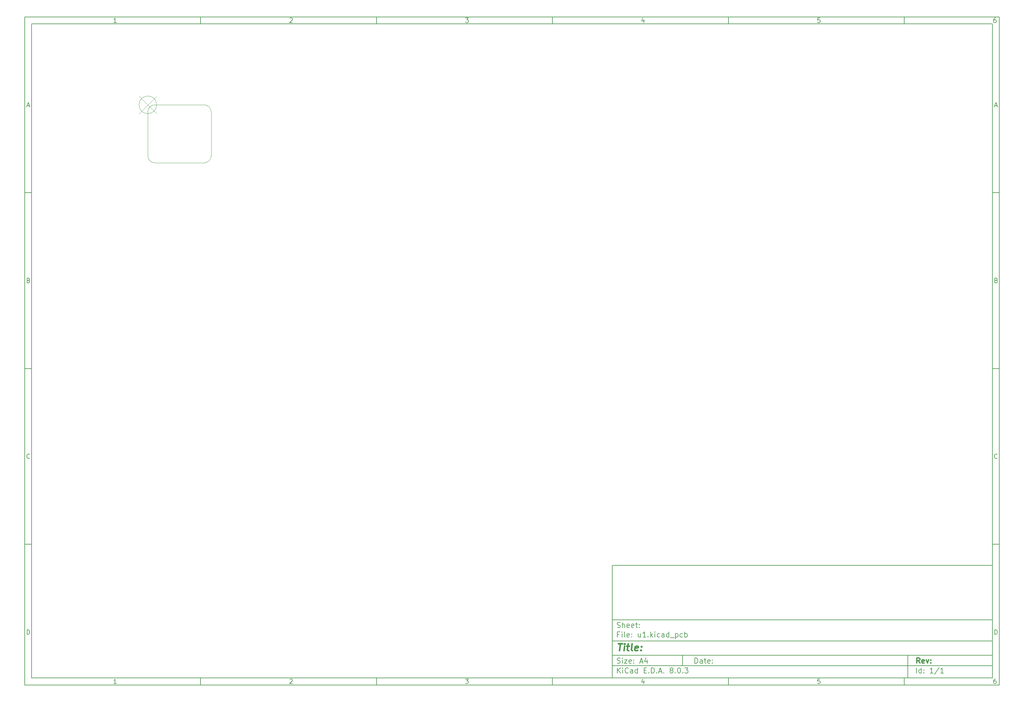
<source format=gbp>
%TF.GenerationSoftware,KiCad,Pcbnew,8.0.3*%
%TF.CreationDate,2024-08-04T17:04:02+08:00*%
%TF.ProjectId,u1,75312e6b-6963-4616-945f-706362585858,rev?*%
%TF.SameCoordinates,PX2aea540PY2160ec0*%
%TF.FileFunction,Paste,Bot*%
%TF.FilePolarity,Positive*%
%FSLAX46Y46*%
G04 Gerber Fmt 4.6, Leading zero omitted, Abs format (unit mm)*
G04 Created by KiCad (PCBNEW 8.0.3) date 2024-08-04 17:04:02*
%MOMM*%
%LPD*%
G01*
G04 APERTURE LIST*
%ADD10C,0.100000*%
%ADD11C,0.150000*%
%ADD12C,0.300000*%
%ADD13C,0.400000*%
%TA.AperFunction,Profile*%
%ADD14C,0.050000*%
%TD*%
G04 APERTURE END LIST*
D10*
D11*
X132002200Y-131007200D02*
X240002200Y-131007200D01*
X240002200Y-163007200D01*
X132002200Y-163007200D01*
X132002200Y-131007200D01*
D10*
D11*
X-35000000Y25000000D02*
X242002200Y25000000D01*
X242002200Y-165007200D01*
X-35000000Y-165007200D01*
X-35000000Y25000000D01*
D10*
D11*
X-33000000Y23000000D02*
X240002200Y23000000D01*
X240002200Y-163007200D01*
X-33000000Y-163007200D01*
X-33000000Y23000000D01*
D10*
D11*
X15000000Y23000000D02*
X15000000Y25000000D01*
D10*
D11*
X65000000Y23000000D02*
X65000000Y25000000D01*
D10*
D11*
X115000000Y23000000D02*
X115000000Y25000000D01*
D10*
D11*
X165000000Y23000000D02*
X165000000Y25000000D01*
D10*
D11*
X215000000Y23000000D02*
X215000000Y25000000D01*
D10*
D11*
X-8910840Y23406396D02*
X-9653697Y23406396D01*
X-9282269Y23406396D02*
X-9282269Y24706396D01*
X-9282269Y24706396D02*
X-9406078Y24520681D01*
X-9406078Y24520681D02*
X-9529888Y24396872D01*
X-9529888Y24396872D02*
X-9653697Y24334967D01*
D10*
D11*
X40346303Y24582586D02*
X40408207Y24644491D01*
X40408207Y24644491D02*
X40532017Y24706396D01*
X40532017Y24706396D02*
X40841541Y24706396D01*
X40841541Y24706396D02*
X40965350Y24644491D01*
X40965350Y24644491D02*
X41027255Y24582586D01*
X41027255Y24582586D02*
X41089160Y24458777D01*
X41089160Y24458777D02*
X41089160Y24334967D01*
X41089160Y24334967D02*
X41027255Y24149253D01*
X41027255Y24149253D02*
X40284398Y23406396D01*
X40284398Y23406396D02*
X41089160Y23406396D01*
D10*
D11*
X90284398Y24706396D02*
X91089160Y24706396D01*
X91089160Y24706396D02*
X90655826Y24211158D01*
X90655826Y24211158D02*
X90841541Y24211158D01*
X90841541Y24211158D02*
X90965350Y24149253D01*
X90965350Y24149253D02*
X91027255Y24087348D01*
X91027255Y24087348D02*
X91089160Y23963539D01*
X91089160Y23963539D02*
X91089160Y23654015D01*
X91089160Y23654015D02*
X91027255Y23530205D01*
X91027255Y23530205D02*
X90965350Y23468300D01*
X90965350Y23468300D02*
X90841541Y23406396D01*
X90841541Y23406396D02*
X90470112Y23406396D01*
X90470112Y23406396D02*
X90346303Y23468300D01*
X90346303Y23468300D02*
X90284398Y23530205D01*
D10*
D11*
X140965350Y24273062D02*
X140965350Y23406396D01*
X140655826Y24768300D02*
X140346303Y23839729D01*
X140346303Y23839729D02*
X141151064Y23839729D01*
D10*
D11*
X191027255Y24706396D02*
X190408207Y24706396D01*
X190408207Y24706396D02*
X190346303Y24087348D01*
X190346303Y24087348D02*
X190408207Y24149253D01*
X190408207Y24149253D02*
X190532017Y24211158D01*
X190532017Y24211158D02*
X190841541Y24211158D01*
X190841541Y24211158D02*
X190965350Y24149253D01*
X190965350Y24149253D02*
X191027255Y24087348D01*
X191027255Y24087348D02*
X191089160Y23963539D01*
X191089160Y23963539D02*
X191089160Y23654015D01*
X191089160Y23654015D02*
X191027255Y23530205D01*
X191027255Y23530205D02*
X190965350Y23468300D01*
X190965350Y23468300D02*
X190841541Y23406396D01*
X190841541Y23406396D02*
X190532017Y23406396D01*
X190532017Y23406396D02*
X190408207Y23468300D01*
X190408207Y23468300D02*
X190346303Y23530205D01*
D10*
D11*
X240965350Y24706396D02*
X240717731Y24706396D01*
X240717731Y24706396D02*
X240593922Y24644491D01*
X240593922Y24644491D02*
X240532017Y24582586D01*
X240532017Y24582586D02*
X240408207Y24396872D01*
X240408207Y24396872D02*
X240346303Y24149253D01*
X240346303Y24149253D02*
X240346303Y23654015D01*
X240346303Y23654015D02*
X240408207Y23530205D01*
X240408207Y23530205D02*
X240470112Y23468300D01*
X240470112Y23468300D02*
X240593922Y23406396D01*
X240593922Y23406396D02*
X240841541Y23406396D01*
X240841541Y23406396D02*
X240965350Y23468300D01*
X240965350Y23468300D02*
X241027255Y23530205D01*
X241027255Y23530205D02*
X241089160Y23654015D01*
X241089160Y23654015D02*
X241089160Y23963539D01*
X241089160Y23963539D02*
X241027255Y24087348D01*
X241027255Y24087348D02*
X240965350Y24149253D01*
X240965350Y24149253D02*
X240841541Y24211158D01*
X240841541Y24211158D02*
X240593922Y24211158D01*
X240593922Y24211158D02*
X240470112Y24149253D01*
X240470112Y24149253D02*
X240408207Y24087348D01*
X240408207Y24087348D02*
X240346303Y23963539D01*
D10*
D11*
X15000000Y-163007200D02*
X15000000Y-165007200D01*
D10*
D11*
X65000000Y-163007200D02*
X65000000Y-165007200D01*
D10*
D11*
X115000000Y-163007200D02*
X115000000Y-165007200D01*
D10*
D11*
X165000000Y-163007200D02*
X165000000Y-165007200D01*
D10*
D11*
X215000000Y-163007200D02*
X215000000Y-165007200D01*
D10*
D11*
X-8910840Y-164600804D02*
X-9653697Y-164600804D01*
X-9282269Y-164600804D02*
X-9282269Y-163300804D01*
X-9282269Y-163300804D02*
X-9406078Y-163486519D01*
X-9406078Y-163486519D02*
X-9529888Y-163610328D01*
X-9529888Y-163610328D02*
X-9653697Y-163672233D01*
D10*
D11*
X40346303Y-163424614D02*
X40408207Y-163362709D01*
X40408207Y-163362709D02*
X40532017Y-163300804D01*
X40532017Y-163300804D02*
X40841541Y-163300804D01*
X40841541Y-163300804D02*
X40965350Y-163362709D01*
X40965350Y-163362709D02*
X41027255Y-163424614D01*
X41027255Y-163424614D02*
X41089160Y-163548423D01*
X41089160Y-163548423D02*
X41089160Y-163672233D01*
X41089160Y-163672233D02*
X41027255Y-163857947D01*
X41027255Y-163857947D02*
X40284398Y-164600804D01*
X40284398Y-164600804D02*
X41089160Y-164600804D01*
D10*
D11*
X90284398Y-163300804D02*
X91089160Y-163300804D01*
X91089160Y-163300804D02*
X90655826Y-163796042D01*
X90655826Y-163796042D02*
X90841541Y-163796042D01*
X90841541Y-163796042D02*
X90965350Y-163857947D01*
X90965350Y-163857947D02*
X91027255Y-163919852D01*
X91027255Y-163919852D02*
X91089160Y-164043661D01*
X91089160Y-164043661D02*
X91089160Y-164353185D01*
X91089160Y-164353185D02*
X91027255Y-164476995D01*
X91027255Y-164476995D02*
X90965350Y-164538900D01*
X90965350Y-164538900D02*
X90841541Y-164600804D01*
X90841541Y-164600804D02*
X90470112Y-164600804D01*
X90470112Y-164600804D02*
X90346303Y-164538900D01*
X90346303Y-164538900D02*
X90284398Y-164476995D01*
D10*
D11*
X140965350Y-163734138D02*
X140965350Y-164600804D01*
X140655826Y-163238900D02*
X140346303Y-164167471D01*
X140346303Y-164167471D02*
X141151064Y-164167471D01*
D10*
D11*
X191027255Y-163300804D02*
X190408207Y-163300804D01*
X190408207Y-163300804D02*
X190346303Y-163919852D01*
X190346303Y-163919852D02*
X190408207Y-163857947D01*
X190408207Y-163857947D02*
X190532017Y-163796042D01*
X190532017Y-163796042D02*
X190841541Y-163796042D01*
X190841541Y-163796042D02*
X190965350Y-163857947D01*
X190965350Y-163857947D02*
X191027255Y-163919852D01*
X191027255Y-163919852D02*
X191089160Y-164043661D01*
X191089160Y-164043661D02*
X191089160Y-164353185D01*
X191089160Y-164353185D02*
X191027255Y-164476995D01*
X191027255Y-164476995D02*
X190965350Y-164538900D01*
X190965350Y-164538900D02*
X190841541Y-164600804D01*
X190841541Y-164600804D02*
X190532017Y-164600804D01*
X190532017Y-164600804D02*
X190408207Y-164538900D01*
X190408207Y-164538900D02*
X190346303Y-164476995D01*
D10*
D11*
X240965350Y-163300804D02*
X240717731Y-163300804D01*
X240717731Y-163300804D02*
X240593922Y-163362709D01*
X240593922Y-163362709D02*
X240532017Y-163424614D01*
X240532017Y-163424614D02*
X240408207Y-163610328D01*
X240408207Y-163610328D02*
X240346303Y-163857947D01*
X240346303Y-163857947D02*
X240346303Y-164353185D01*
X240346303Y-164353185D02*
X240408207Y-164476995D01*
X240408207Y-164476995D02*
X240470112Y-164538900D01*
X240470112Y-164538900D02*
X240593922Y-164600804D01*
X240593922Y-164600804D02*
X240841541Y-164600804D01*
X240841541Y-164600804D02*
X240965350Y-164538900D01*
X240965350Y-164538900D02*
X241027255Y-164476995D01*
X241027255Y-164476995D02*
X241089160Y-164353185D01*
X241089160Y-164353185D02*
X241089160Y-164043661D01*
X241089160Y-164043661D02*
X241027255Y-163919852D01*
X241027255Y-163919852D02*
X240965350Y-163857947D01*
X240965350Y-163857947D02*
X240841541Y-163796042D01*
X240841541Y-163796042D02*
X240593922Y-163796042D01*
X240593922Y-163796042D02*
X240470112Y-163857947D01*
X240470112Y-163857947D02*
X240408207Y-163919852D01*
X240408207Y-163919852D02*
X240346303Y-164043661D01*
D10*
D11*
X-35000000Y-25000000D02*
X-33000000Y-25000000D01*
D10*
D11*
X-35000000Y-75000000D02*
X-33000000Y-75000000D01*
D10*
D11*
X-35000000Y-125000000D02*
X-33000000Y-125000000D01*
D10*
D11*
X-34309524Y-222176D02*
X-33690477Y-222176D01*
X-34433334Y-593604D02*
X-34000001Y706396D01*
X-34000001Y706396D02*
X-33566667Y-593604D01*
D10*
D11*
X-33907143Y-49912652D02*
X-33721429Y-49974557D01*
X-33721429Y-49974557D02*
X-33659524Y-50036461D01*
X-33659524Y-50036461D02*
X-33597620Y-50160271D01*
X-33597620Y-50160271D02*
X-33597620Y-50345985D01*
X-33597620Y-50345985D02*
X-33659524Y-50469795D01*
X-33659524Y-50469795D02*
X-33721429Y-50531700D01*
X-33721429Y-50531700D02*
X-33845239Y-50593604D01*
X-33845239Y-50593604D02*
X-34340477Y-50593604D01*
X-34340477Y-50593604D02*
X-34340477Y-49293604D01*
X-34340477Y-49293604D02*
X-33907143Y-49293604D01*
X-33907143Y-49293604D02*
X-33783334Y-49355509D01*
X-33783334Y-49355509D02*
X-33721429Y-49417414D01*
X-33721429Y-49417414D02*
X-33659524Y-49541223D01*
X-33659524Y-49541223D02*
X-33659524Y-49665033D01*
X-33659524Y-49665033D02*
X-33721429Y-49788842D01*
X-33721429Y-49788842D02*
X-33783334Y-49850747D01*
X-33783334Y-49850747D02*
X-33907143Y-49912652D01*
X-33907143Y-49912652D02*
X-34340477Y-49912652D01*
D10*
D11*
X-33597620Y-100469795D02*
X-33659524Y-100531700D01*
X-33659524Y-100531700D02*
X-33845239Y-100593604D01*
X-33845239Y-100593604D02*
X-33969048Y-100593604D01*
X-33969048Y-100593604D02*
X-34154762Y-100531700D01*
X-34154762Y-100531700D02*
X-34278572Y-100407890D01*
X-34278572Y-100407890D02*
X-34340477Y-100284080D01*
X-34340477Y-100284080D02*
X-34402381Y-100036461D01*
X-34402381Y-100036461D02*
X-34402381Y-99850747D01*
X-34402381Y-99850747D02*
X-34340477Y-99603128D01*
X-34340477Y-99603128D02*
X-34278572Y-99479319D01*
X-34278572Y-99479319D02*
X-34154762Y-99355509D01*
X-34154762Y-99355509D02*
X-33969048Y-99293604D01*
X-33969048Y-99293604D02*
X-33845239Y-99293604D01*
X-33845239Y-99293604D02*
X-33659524Y-99355509D01*
X-33659524Y-99355509D02*
X-33597620Y-99417414D01*
D10*
D11*
X-34340477Y-150593604D02*
X-34340477Y-149293604D01*
X-34340477Y-149293604D02*
X-34030953Y-149293604D01*
X-34030953Y-149293604D02*
X-33845239Y-149355509D01*
X-33845239Y-149355509D02*
X-33721429Y-149479319D01*
X-33721429Y-149479319D02*
X-33659524Y-149603128D01*
X-33659524Y-149603128D02*
X-33597620Y-149850747D01*
X-33597620Y-149850747D02*
X-33597620Y-150036461D01*
X-33597620Y-150036461D02*
X-33659524Y-150284080D01*
X-33659524Y-150284080D02*
X-33721429Y-150407890D01*
X-33721429Y-150407890D02*
X-33845239Y-150531700D01*
X-33845239Y-150531700D02*
X-34030953Y-150593604D01*
X-34030953Y-150593604D02*
X-34340477Y-150593604D01*
D10*
D11*
X242002200Y-25000000D02*
X240002200Y-25000000D01*
D10*
D11*
X242002200Y-75000000D02*
X240002200Y-75000000D01*
D10*
D11*
X242002200Y-125000000D02*
X240002200Y-125000000D01*
D10*
D11*
X240692676Y-222176D02*
X241311723Y-222176D01*
X240568866Y-593604D02*
X241002199Y706396D01*
X241002199Y706396D02*
X241435533Y-593604D01*
D10*
D11*
X241095057Y-49912652D02*
X241280771Y-49974557D01*
X241280771Y-49974557D02*
X241342676Y-50036461D01*
X241342676Y-50036461D02*
X241404580Y-50160271D01*
X241404580Y-50160271D02*
X241404580Y-50345985D01*
X241404580Y-50345985D02*
X241342676Y-50469795D01*
X241342676Y-50469795D02*
X241280771Y-50531700D01*
X241280771Y-50531700D02*
X241156961Y-50593604D01*
X241156961Y-50593604D02*
X240661723Y-50593604D01*
X240661723Y-50593604D02*
X240661723Y-49293604D01*
X240661723Y-49293604D02*
X241095057Y-49293604D01*
X241095057Y-49293604D02*
X241218866Y-49355509D01*
X241218866Y-49355509D02*
X241280771Y-49417414D01*
X241280771Y-49417414D02*
X241342676Y-49541223D01*
X241342676Y-49541223D02*
X241342676Y-49665033D01*
X241342676Y-49665033D02*
X241280771Y-49788842D01*
X241280771Y-49788842D02*
X241218866Y-49850747D01*
X241218866Y-49850747D02*
X241095057Y-49912652D01*
X241095057Y-49912652D02*
X240661723Y-49912652D01*
D10*
D11*
X241404580Y-100469795D02*
X241342676Y-100531700D01*
X241342676Y-100531700D02*
X241156961Y-100593604D01*
X241156961Y-100593604D02*
X241033152Y-100593604D01*
X241033152Y-100593604D02*
X240847438Y-100531700D01*
X240847438Y-100531700D02*
X240723628Y-100407890D01*
X240723628Y-100407890D02*
X240661723Y-100284080D01*
X240661723Y-100284080D02*
X240599819Y-100036461D01*
X240599819Y-100036461D02*
X240599819Y-99850747D01*
X240599819Y-99850747D02*
X240661723Y-99603128D01*
X240661723Y-99603128D02*
X240723628Y-99479319D01*
X240723628Y-99479319D02*
X240847438Y-99355509D01*
X240847438Y-99355509D02*
X241033152Y-99293604D01*
X241033152Y-99293604D02*
X241156961Y-99293604D01*
X241156961Y-99293604D02*
X241342676Y-99355509D01*
X241342676Y-99355509D02*
X241404580Y-99417414D01*
D10*
D11*
X240661723Y-150593604D02*
X240661723Y-149293604D01*
X240661723Y-149293604D02*
X240971247Y-149293604D01*
X240971247Y-149293604D02*
X241156961Y-149355509D01*
X241156961Y-149355509D02*
X241280771Y-149479319D01*
X241280771Y-149479319D02*
X241342676Y-149603128D01*
X241342676Y-149603128D02*
X241404580Y-149850747D01*
X241404580Y-149850747D02*
X241404580Y-150036461D01*
X241404580Y-150036461D02*
X241342676Y-150284080D01*
X241342676Y-150284080D02*
X241280771Y-150407890D01*
X241280771Y-150407890D02*
X241156961Y-150531700D01*
X241156961Y-150531700D02*
X240971247Y-150593604D01*
X240971247Y-150593604D02*
X240661723Y-150593604D01*
D10*
D11*
X155458026Y-158793328D02*
X155458026Y-157293328D01*
X155458026Y-157293328D02*
X155815169Y-157293328D01*
X155815169Y-157293328D02*
X156029455Y-157364757D01*
X156029455Y-157364757D02*
X156172312Y-157507614D01*
X156172312Y-157507614D02*
X156243741Y-157650471D01*
X156243741Y-157650471D02*
X156315169Y-157936185D01*
X156315169Y-157936185D02*
X156315169Y-158150471D01*
X156315169Y-158150471D02*
X156243741Y-158436185D01*
X156243741Y-158436185D02*
X156172312Y-158579042D01*
X156172312Y-158579042D02*
X156029455Y-158721900D01*
X156029455Y-158721900D02*
X155815169Y-158793328D01*
X155815169Y-158793328D02*
X155458026Y-158793328D01*
X157600884Y-158793328D02*
X157600884Y-158007614D01*
X157600884Y-158007614D02*
X157529455Y-157864757D01*
X157529455Y-157864757D02*
X157386598Y-157793328D01*
X157386598Y-157793328D02*
X157100884Y-157793328D01*
X157100884Y-157793328D02*
X156958026Y-157864757D01*
X157600884Y-158721900D02*
X157458026Y-158793328D01*
X157458026Y-158793328D02*
X157100884Y-158793328D01*
X157100884Y-158793328D02*
X156958026Y-158721900D01*
X156958026Y-158721900D02*
X156886598Y-158579042D01*
X156886598Y-158579042D02*
X156886598Y-158436185D01*
X156886598Y-158436185D02*
X156958026Y-158293328D01*
X156958026Y-158293328D02*
X157100884Y-158221900D01*
X157100884Y-158221900D02*
X157458026Y-158221900D01*
X157458026Y-158221900D02*
X157600884Y-158150471D01*
X158100884Y-157793328D02*
X158672312Y-157793328D01*
X158315169Y-157293328D02*
X158315169Y-158579042D01*
X158315169Y-158579042D02*
X158386598Y-158721900D01*
X158386598Y-158721900D02*
X158529455Y-158793328D01*
X158529455Y-158793328D02*
X158672312Y-158793328D01*
X159743741Y-158721900D02*
X159600884Y-158793328D01*
X159600884Y-158793328D02*
X159315170Y-158793328D01*
X159315170Y-158793328D02*
X159172312Y-158721900D01*
X159172312Y-158721900D02*
X159100884Y-158579042D01*
X159100884Y-158579042D02*
X159100884Y-158007614D01*
X159100884Y-158007614D02*
X159172312Y-157864757D01*
X159172312Y-157864757D02*
X159315170Y-157793328D01*
X159315170Y-157793328D02*
X159600884Y-157793328D01*
X159600884Y-157793328D02*
X159743741Y-157864757D01*
X159743741Y-157864757D02*
X159815170Y-158007614D01*
X159815170Y-158007614D02*
X159815170Y-158150471D01*
X159815170Y-158150471D02*
X159100884Y-158293328D01*
X160458026Y-158650471D02*
X160529455Y-158721900D01*
X160529455Y-158721900D02*
X160458026Y-158793328D01*
X160458026Y-158793328D02*
X160386598Y-158721900D01*
X160386598Y-158721900D02*
X160458026Y-158650471D01*
X160458026Y-158650471D02*
X160458026Y-158793328D01*
X160458026Y-157864757D02*
X160529455Y-157936185D01*
X160529455Y-157936185D02*
X160458026Y-158007614D01*
X160458026Y-158007614D02*
X160386598Y-157936185D01*
X160386598Y-157936185D02*
X160458026Y-157864757D01*
X160458026Y-157864757D02*
X160458026Y-158007614D01*
D10*
D11*
X132002200Y-159507200D02*
X240002200Y-159507200D01*
D10*
D11*
X133458026Y-161593328D02*
X133458026Y-160093328D01*
X134315169Y-161593328D02*
X133672312Y-160736185D01*
X134315169Y-160093328D02*
X133458026Y-160950471D01*
X134958026Y-161593328D02*
X134958026Y-160593328D01*
X134958026Y-160093328D02*
X134886598Y-160164757D01*
X134886598Y-160164757D02*
X134958026Y-160236185D01*
X134958026Y-160236185D02*
X135029455Y-160164757D01*
X135029455Y-160164757D02*
X134958026Y-160093328D01*
X134958026Y-160093328D02*
X134958026Y-160236185D01*
X136529455Y-161450471D02*
X136458027Y-161521900D01*
X136458027Y-161521900D02*
X136243741Y-161593328D01*
X136243741Y-161593328D02*
X136100884Y-161593328D01*
X136100884Y-161593328D02*
X135886598Y-161521900D01*
X135886598Y-161521900D02*
X135743741Y-161379042D01*
X135743741Y-161379042D02*
X135672312Y-161236185D01*
X135672312Y-161236185D02*
X135600884Y-160950471D01*
X135600884Y-160950471D02*
X135600884Y-160736185D01*
X135600884Y-160736185D02*
X135672312Y-160450471D01*
X135672312Y-160450471D02*
X135743741Y-160307614D01*
X135743741Y-160307614D02*
X135886598Y-160164757D01*
X135886598Y-160164757D02*
X136100884Y-160093328D01*
X136100884Y-160093328D02*
X136243741Y-160093328D01*
X136243741Y-160093328D02*
X136458027Y-160164757D01*
X136458027Y-160164757D02*
X136529455Y-160236185D01*
X137815170Y-161593328D02*
X137815170Y-160807614D01*
X137815170Y-160807614D02*
X137743741Y-160664757D01*
X137743741Y-160664757D02*
X137600884Y-160593328D01*
X137600884Y-160593328D02*
X137315170Y-160593328D01*
X137315170Y-160593328D02*
X137172312Y-160664757D01*
X137815170Y-161521900D02*
X137672312Y-161593328D01*
X137672312Y-161593328D02*
X137315170Y-161593328D01*
X137315170Y-161593328D02*
X137172312Y-161521900D01*
X137172312Y-161521900D02*
X137100884Y-161379042D01*
X137100884Y-161379042D02*
X137100884Y-161236185D01*
X137100884Y-161236185D02*
X137172312Y-161093328D01*
X137172312Y-161093328D02*
X137315170Y-161021900D01*
X137315170Y-161021900D02*
X137672312Y-161021900D01*
X137672312Y-161021900D02*
X137815170Y-160950471D01*
X139172313Y-161593328D02*
X139172313Y-160093328D01*
X139172313Y-161521900D02*
X139029455Y-161593328D01*
X139029455Y-161593328D02*
X138743741Y-161593328D01*
X138743741Y-161593328D02*
X138600884Y-161521900D01*
X138600884Y-161521900D02*
X138529455Y-161450471D01*
X138529455Y-161450471D02*
X138458027Y-161307614D01*
X138458027Y-161307614D02*
X138458027Y-160879042D01*
X138458027Y-160879042D02*
X138529455Y-160736185D01*
X138529455Y-160736185D02*
X138600884Y-160664757D01*
X138600884Y-160664757D02*
X138743741Y-160593328D01*
X138743741Y-160593328D02*
X139029455Y-160593328D01*
X139029455Y-160593328D02*
X139172313Y-160664757D01*
X141029455Y-160807614D02*
X141529455Y-160807614D01*
X141743741Y-161593328D02*
X141029455Y-161593328D01*
X141029455Y-161593328D02*
X141029455Y-160093328D01*
X141029455Y-160093328D02*
X141743741Y-160093328D01*
X142386598Y-161450471D02*
X142458027Y-161521900D01*
X142458027Y-161521900D02*
X142386598Y-161593328D01*
X142386598Y-161593328D02*
X142315170Y-161521900D01*
X142315170Y-161521900D02*
X142386598Y-161450471D01*
X142386598Y-161450471D02*
X142386598Y-161593328D01*
X143100884Y-161593328D02*
X143100884Y-160093328D01*
X143100884Y-160093328D02*
X143458027Y-160093328D01*
X143458027Y-160093328D02*
X143672313Y-160164757D01*
X143672313Y-160164757D02*
X143815170Y-160307614D01*
X143815170Y-160307614D02*
X143886599Y-160450471D01*
X143886599Y-160450471D02*
X143958027Y-160736185D01*
X143958027Y-160736185D02*
X143958027Y-160950471D01*
X143958027Y-160950471D02*
X143886599Y-161236185D01*
X143886599Y-161236185D02*
X143815170Y-161379042D01*
X143815170Y-161379042D02*
X143672313Y-161521900D01*
X143672313Y-161521900D02*
X143458027Y-161593328D01*
X143458027Y-161593328D02*
X143100884Y-161593328D01*
X144600884Y-161450471D02*
X144672313Y-161521900D01*
X144672313Y-161521900D02*
X144600884Y-161593328D01*
X144600884Y-161593328D02*
X144529456Y-161521900D01*
X144529456Y-161521900D02*
X144600884Y-161450471D01*
X144600884Y-161450471D02*
X144600884Y-161593328D01*
X145243742Y-161164757D02*
X145958028Y-161164757D01*
X145100885Y-161593328D02*
X145600885Y-160093328D01*
X145600885Y-160093328D02*
X146100885Y-161593328D01*
X146600884Y-161450471D02*
X146672313Y-161521900D01*
X146672313Y-161521900D02*
X146600884Y-161593328D01*
X146600884Y-161593328D02*
X146529456Y-161521900D01*
X146529456Y-161521900D02*
X146600884Y-161450471D01*
X146600884Y-161450471D02*
X146600884Y-161593328D01*
X148672313Y-160736185D02*
X148529456Y-160664757D01*
X148529456Y-160664757D02*
X148458027Y-160593328D01*
X148458027Y-160593328D02*
X148386599Y-160450471D01*
X148386599Y-160450471D02*
X148386599Y-160379042D01*
X148386599Y-160379042D02*
X148458027Y-160236185D01*
X148458027Y-160236185D02*
X148529456Y-160164757D01*
X148529456Y-160164757D02*
X148672313Y-160093328D01*
X148672313Y-160093328D02*
X148958027Y-160093328D01*
X148958027Y-160093328D02*
X149100885Y-160164757D01*
X149100885Y-160164757D02*
X149172313Y-160236185D01*
X149172313Y-160236185D02*
X149243742Y-160379042D01*
X149243742Y-160379042D02*
X149243742Y-160450471D01*
X149243742Y-160450471D02*
X149172313Y-160593328D01*
X149172313Y-160593328D02*
X149100885Y-160664757D01*
X149100885Y-160664757D02*
X148958027Y-160736185D01*
X148958027Y-160736185D02*
X148672313Y-160736185D01*
X148672313Y-160736185D02*
X148529456Y-160807614D01*
X148529456Y-160807614D02*
X148458027Y-160879042D01*
X148458027Y-160879042D02*
X148386599Y-161021900D01*
X148386599Y-161021900D02*
X148386599Y-161307614D01*
X148386599Y-161307614D02*
X148458027Y-161450471D01*
X148458027Y-161450471D02*
X148529456Y-161521900D01*
X148529456Y-161521900D02*
X148672313Y-161593328D01*
X148672313Y-161593328D02*
X148958027Y-161593328D01*
X148958027Y-161593328D02*
X149100885Y-161521900D01*
X149100885Y-161521900D02*
X149172313Y-161450471D01*
X149172313Y-161450471D02*
X149243742Y-161307614D01*
X149243742Y-161307614D02*
X149243742Y-161021900D01*
X149243742Y-161021900D02*
X149172313Y-160879042D01*
X149172313Y-160879042D02*
X149100885Y-160807614D01*
X149100885Y-160807614D02*
X148958027Y-160736185D01*
X149886598Y-161450471D02*
X149958027Y-161521900D01*
X149958027Y-161521900D02*
X149886598Y-161593328D01*
X149886598Y-161593328D02*
X149815170Y-161521900D01*
X149815170Y-161521900D02*
X149886598Y-161450471D01*
X149886598Y-161450471D02*
X149886598Y-161593328D01*
X150886599Y-160093328D02*
X151029456Y-160093328D01*
X151029456Y-160093328D02*
X151172313Y-160164757D01*
X151172313Y-160164757D02*
X151243742Y-160236185D01*
X151243742Y-160236185D02*
X151315170Y-160379042D01*
X151315170Y-160379042D02*
X151386599Y-160664757D01*
X151386599Y-160664757D02*
X151386599Y-161021900D01*
X151386599Y-161021900D02*
X151315170Y-161307614D01*
X151315170Y-161307614D02*
X151243742Y-161450471D01*
X151243742Y-161450471D02*
X151172313Y-161521900D01*
X151172313Y-161521900D02*
X151029456Y-161593328D01*
X151029456Y-161593328D02*
X150886599Y-161593328D01*
X150886599Y-161593328D02*
X150743742Y-161521900D01*
X150743742Y-161521900D02*
X150672313Y-161450471D01*
X150672313Y-161450471D02*
X150600884Y-161307614D01*
X150600884Y-161307614D02*
X150529456Y-161021900D01*
X150529456Y-161021900D02*
X150529456Y-160664757D01*
X150529456Y-160664757D02*
X150600884Y-160379042D01*
X150600884Y-160379042D02*
X150672313Y-160236185D01*
X150672313Y-160236185D02*
X150743742Y-160164757D01*
X150743742Y-160164757D02*
X150886599Y-160093328D01*
X152029455Y-161450471D02*
X152100884Y-161521900D01*
X152100884Y-161521900D02*
X152029455Y-161593328D01*
X152029455Y-161593328D02*
X151958027Y-161521900D01*
X151958027Y-161521900D02*
X152029455Y-161450471D01*
X152029455Y-161450471D02*
X152029455Y-161593328D01*
X152600884Y-160093328D02*
X153529456Y-160093328D01*
X153529456Y-160093328D02*
X153029456Y-160664757D01*
X153029456Y-160664757D02*
X153243741Y-160664757D01*
X153243741Y-160664757D02*
X153386599Y-160736185D01*
X153386599Y-160736185D02*
X153458027Y-160807614D01*
X153458027Y-160807614D02*
X153529456Y-160950471D01*
X153529456Y-160950471D02*
X153529456Y-161307614D01*
X153529456Y-161307614D02*
X153458027Y-161450471D01*
X153458027Y-161450471D02*
X153386599Y-161521900D01*
X153386599Y-161521900D02*
X153243741Y-161593328D01*
X153243741Y-161593328D02*
X152815170Y-161593328D01*
X152815170Y-161593328D02*
X152672313Y-161521900D01*
X152672313Y-161521900D02*
X152600884Y-161450471D01*
D10*
D11*
X132002200Y-156507200D02*
X240002200Y-156507200D01*
D10*
D12*
X219413853Y-158785528D02*
X218913853Y-158071242D01*
X218556710Y-158785528D02*
X218556710Y-157285528D01*
X218556710Y-157285528D02*
X219128139Y-157285528D01*
X219128139Y-157285528D02*
X219270996Y-157356957D01*
X219270996Y-157356957D02*
X219342425Y-157428385D01*
X219342425Y-157428385D02*
X219413853Y-157571242D01*
X219413853Y-157571242D02*
X219413853Y-157785528D01*
X219413853Y-157785528D02*
X219342425Y-157928385D01*
X219342425Y-157928385D02*
X219270996Y-157999814D01*
X219270996Y-157999814D02*
X219128139Y-158071242D01*
X219128139Y-158071242D02*
X218556710Y-158071242D01*
X220628139Y-158714100D02*
X220485282Y-158785528D01*
X220485282Y-158785528D02*
X220199568Y-158785528D01*
X220199568Y-158785528D02*
X220056710Y-158714100D01*
X220056710Y-158714100D02*
X219985282Y-158571242D01*
X219985282Y-158571242D02*
X219985282Y-157999814D01*
X219985282Y-157999814D02*
X220056710Y-157856957D01*
X220056710Y-157856957D02*
X220199568Y-157785528D01*
X220199568Y-157785528D02*
X220485282Y-157785528D01*
X220485282Y-157785528D02*
X220628139Y-157856957D01*
X220628139Y-157856957D02*
X220699568Y-157999814D01*
X220699568Y-157999814D02*
X220699568Y-158142671D01*
X220699568Y-158142671D02*
X219985282Y-158285528D01*
X221199567Y-157785528D02*
X221556710Y-158785528D01*
X221556710Y-158785528D02*
X221913853Y-157785528D01*
X222485281Y-158642671D02*
X222556710Y-158714100D01*
X222556710Y-158714100D02*
X222485281Y-158785528D01*
X222485281Y-158785528D02*
X222413853Y-158714100D01*
X222413853Y-158714100D02*
X222485281Y-158642671D01*
X222485281Y-158642671D02*
X222485281Y-158785528D01*
X222485281Y-157856957D02*
X222556710Y-157928385D01*
X222556710Y-157928385D02*
X222485281Y-157999814D01*
X222485281Y-157999814D02*
X222413853Y-157928385D01*
X222413853Y-157928385D02*
X222485281Y-157856957D01*
X222485281Y-157856957D02*
X222485281Y-157999814D01*
D10*
D11*
X133386598Y-158721900D02*
X133600884Y-158793328D01*
X133600884Y-158793328D02*
X133958026Y-158793328D01*
X133958026Y-158793328D02*
X134100884Y-158721900D01*
X134100884Y-158721900D02*
X134172312Y-158650471D01*
X134172312Y-158650471D02*
X134243741Y-158507614D01*
X134243741Y-158507614D02*
X134243741Y-158364757D01*
X134243741Y-158364757D02*
X134172312Y-158221900D01*
X134172312Y-158221900D02*
X134100884Y-158150471D01*
X134100884Y-158150471D02*
X133958026Y-158079042D01*
X133958026Y-158079042D02*
X133672312Y-158007614D01*
X133672312Y-158007614D02*
X133529455Y-157936185D01*
X133529455Y-157936185D02*
X133458026Y-157864757D01*
X133458026Y-157864757D02*
X133386598Y-157721900D01*
X133386598Y-157721900D02*
X133386598Y-157579042D01*
X133386598Y-157579042D02*
X133458026Y-157436185D01*
X133458026Y-157436185D02*
X133529455Y-157364757D01*
X133529455Y-157364757D02*
X133672312Y-157293328D01*
X133672312Y-157293328D02*
X134029455Y-157293328D01*
X134029455Y-157293328D02*
X134243741Y-157364757D01*
X134886597Y-158793328D02*
X134886597Y-157793328D01*
X134886597Y-157293328D02*
X134815169Y-157364757D01*
X134815169Y-157364757D02*
X134886597Y-157436185D01*
X134886597Y-157436185D02*
X134958026Y-157364757D01*
X134958026Y-157364757D02*
X134886597Y-157293328D01*
X134886597Y-157293328D02*
X134886597Y-157436185D01*
X135458026Y-157793328D02*
X136243741Y-157793328D01*
X136243741Y-157793328D02*
X135458026Y-158793328D01*
X135458026Y-158793328D02*
X136243741Y-158793328D01*
X137386598Y-158721900D02*
X137243741Y-158793328D01*
X137243741Y-158793328D02*
X136958027Y-158793328D01*
X136958027Y-158793328D02*
X136815169Y-158721900D01*
X136815169Y-158721900D02*
X136743741Y-158579042D01*
X136743741Y-158579042D02*
X136743741Y-158007614D01*
X136743741Y-158007614D02*
X136815169Y-157864757D01*
X136815169Y-157864757D02*
X136958027Y-157793328D01*
X136958027Y-157793328D02*
X137243741Y-157793328D01*
X137243741Y-157793328D02*
X137386598Y-157864757D01*
X137386598Y-157864757D02*
X137458027Y-158007614D01*
X137458027Y-158007614D02*
X137458027Y-158150471D01*
X137458027Y-158150471D02*
X136743741Y-158293328D01*
X138100883Y-158650471D02*
X138172312Y-158721900D01*
X138172312Y-158721900D02*
X138100883Y-158793328D01*
X138100883Y-158793328D02*
X138029455Y-158721900D01*
X138029455Y-158721900D02*
X138100883Y-158650471D01*
X138100883Y-158650471D02*
X138100883Y-158793328D01*
X138100883Y-157864757D02*
X138172312Y-157936185D01*
X138172312Y-157936185D02*
X138100883Y-158007614D01*
X138100883Y-158007614D02*
X138029455Y-157936185D01*
X138029455Y-157936185D02*
X138100883Y-157864757D01*
X138100883Y-157864757D02*
X138100883Y-158007614D01*
X139886598Y-158364757D02*
X140600884Y-158364757D01*
X139743741Y-158793328D02*
X140243741Y-157293328D01*
X140243741Y-157293328D02*
X140743741Y-158793328D01*
X141886598Y-157793328D02*
X141886598Y-158793328D01*
X141529455Y-157221900D02*
X141172312Y-158293328D01*
X141172312Y-158293328D02*
X142100883Y-158293328D01*
D10*
D11*
X218458026Y-161593328D02*
X218458026Y-160093328D01*
X219815170Y-161593328D02*
X219815170Y-160093328D01*
X219815170Y-161521900D02*
X219672312Y-161593328D01*
X219672312Y-161593328D02*
X219386598Y-161593328D01*
X219386598Y-161593328D02*
X219243741Y-161521900D01*
X219243741Y-161521900D02*
X219172312Y-161450471D01*
X219172312Y-161450471D02*
X219100884Y-161307614D01*
X219100884Y-161307614D02*
X219100884Y-160879042D01*
X219100884Y-160879042D02*
X219172312Y-160736185D01*
X219172312Y-160736185D02*
X219243741Y-160664757D01*
X219243741Y-160664757D02*
X219386598Y-160593328D01*
X219386598Y-160593328D02*
X219672312Y-160593328D01*
X219672312Y-160593328D02*
X219815170Y-160664757D01*
X220529455Y-161450471D02*
X220600884Y-161521900D01*
X220600884Y-161521900D02*
X220529455Y-161593328D01*
X220529455Y-161593328D02*
X220458027Y-161521900D01*
X220458027Y-161521900D02*
X220529455Y-161450471D01*
X220529455Y-161450471D02*
X220529455Y-161593328D01*
X220529455Y-160664757D02*
X220600884Y-160736185D01*
X220600884Y-160736185D02*
X220529455Y-160807614D01*
X220529455Y-160807614D02*
X220458027Y-160736185D01*
X220458027Y-160736185D02*
X220529455Y-160664757D01*
X220529455Y-160664757D02*
X220529455Y-160807614D01*
X223172313Y-161593328D02*
X222315170Y-161593328D01*
X222743741Y-161593328D02*
X222743741Y-160093328D01*
X222743741Y-160093328D02*
X222600884Y-160307614D01*
X222600884Y-160307614D02*
X222458027Y-160450471D01*
X222458027Y-160450471D02*
X222315170Y-160521900D01*
X224886598Y-160021900D02*
X223600884Y-161950471D01*
X226172313Y-161593328D02*
X225315170Y-161593328D01*
X225743741Y-161593328D02*
X225743741Y-160093328D01*
X225743741Y-160093328D02*
X225600884Y-160307614D01*
X225600884Y-160307614D02*
X225458027Y-160450471D01*
X225458027Y-160450471D02*
X225315170Y-160521900D01*
D10*
D11*
X132002200Y-152507200D02*
X240002200Y-152507200D01*
D10*
D13*
X133693928Y-153211638D02*
X134836785Y-153211638D01*
X134015357Y-155211638D02*
X134265357Y-153211638D01*
X135253452Y-155211638D02*
X135420119Y-153878304D01*
X135503452Y-153211638D02*
X135396309Y-153306876D01*
X135396309Y-153306876D02*
X135479643Y-153402114D01*
X135479643Y-153402114D02*
X135586786Y-153306876D01*
X135586786Y-153306876D02*
X135503452Y-153211638D01*
X135503452Y-153211638D02*
X135479643Y-153402114D01*
X136086786Y-153878304D02*
X136848690Y-153878304D01*
X136455833Y-153211638D02*
X136241548Y-154925923D01*
X136241548Y-154925923D02*
X136312976Y-155116400D01*
X136312976Y-155116400D02*
X136491548Y-155211638D01*
X136491548Y-155211638D02*
X136682024Y-155211638D01*
X137634405Y-155211638D02*
X137455833Y-155116400D01*
X137455833Y-155116400D02*
X137384405Y-154925923D01*
X137384405Y-154925923D02*
X137598690Y-153211638D01*
X139170119Y-155116400D02*
X138967738Y-155211638D01*
X138967738Y-155211638D02*
X138586785Y-155211638D01*
X138586785Y-155211638D02*
X138408214Y-155116400D01*
X138408214Y-155116400D02*
X138336785Y-154925923D01*
X138336785Y-154925923D02*
X138432024Y-154164019D01*
X138432024Y-154164019D02*
X138551071Y-153973542D01*
X138551071Y-153973542D02*
X138753452Y-153878304D01*
X138753452Y-153878304D02*
X139134404Y-153878304D01*
X139134404Y-153878304D02*
X139312976Y-153973542D01*
X139312976Y-153973542D02*
X139384404Y-154164019D01*
X139384404Y-154164019D02*
X139360595Y-154354495D01*
X139360595Y-154354495D02*
X138384404Y-154544971D01*
X140134405Y-155021161D02*
X140217738Y-155116400D01*
X140217738Y-155116400D02*
X140110595Y-155211638D01*
X140110595Y-155211638D02*
X140027262Y-155116400D01*
X140027262Y-155116400D02*
X140134405Y-155021161D01*
X140134405Y-155021161D02*
X140110595Y-155211638D01*
X140265357Y-153973542D02*
X140348690Y-154068780D01*
X140348690Y-154068780D02*
X140241548Y-154164019D01*
X140241548Y-154164019D02*
X140158214Y-154068780D01*
X140158214Y-154068780D02*
X140265357Y-153973542D01*
X140265357Y-153973542D02*
X140241548Y-154164019D01*
D10*
D11*
X133958026Y-150607614D02*
X133458026Y-150607614D01*
X133458026Y-151393328D02*
X133458026Y-149893328D01*
X133458026Y-149893328D02*
X134172312Y-149893328D01*
X134743740Y-151393328D02*
X134743740Y-150393328D01*
X134743740Y-149893328D02*
X134672312Y-149964757D01*
X134672312Y-149964757D02*
X134743740Y-150036185D01*
X134743740Y-150036185D02*
X134815169Y-149964757D01*
X134815169Y-149964757D02*
X134743740Y-149893328D01*
X134743740Y-149893328D02*
X134743740Y-150036185D01*
X135672312Y-151393328D02*
X135529455Y-151321900D01*
X135529455Y-151321900D02*
X135458026Y-151179042D01*
X135458026Y-151179042D02*
X135458026Y-149893328D01*
X136815169Y-151321900D02*
X136672312Y-151393328D01*
X136672312Y-151393328D02*
X136386598Y-151393328D01*
X136386598Y-151393328D02*
X136243740Y-151321900D01*
X136243740Y-151321900D02*
X136172312Y-151179042D01*
X136172312Y-151179042D02*
X136172312Y-150607614D01*
X136172312Y-150607614D02*
X136243740Y-150464757D01*
X136243740Y-150464757D02*
X136386598Y-150393328D01*
X136386598Y-150393328D02*
X136672312Y-150393328D01*
X136672312Y-150393328D02*
X136815169Y-150464757D01*
X136815169Y-150464757D02*
X136886598Y-150607614D01*
X136886598Y-150607614D02*
X136886598Y-150750471D01*
X136886598Y-150750471D02*
X136172312Y-150893328D01*
X137529454Y-151250471D02*
X137600883Y-151321900D01*
X137600883Y-151321900D02*
X137529454Y-151393328D01*
X137529454Y-151393328D02*
X137458026Y-151321900D01*
X137458026Y-151321900D02*
X137529454Y-151250471D01*
X137529454Y-151250471D02*
X137529454Y-151393328D01*
X137529454Y-150464757D02*
X137600883Y-150536185D01*
X137600883Y-150536185D02*
X137529454Y-150607614D01*
X137529454Y-150607614D02*
X137458026Y-150536185D01*
X137458026Y-150536185D02*
X137529454Y-150464757D01*
X137529454Y-150464757D02*
X137529454Y-150607614D01*
X140029455Y-150393328D02*
X140029455Y-151393328D01*
X139386597Y-150393328D02*
X139386597Y-151179042D01*
X139386597Y-151179042D02*
X139458026Y-151321900D01*
X139458026Y-151321900D02*
X139600883Y-151393328D01*
X139600883Y-151393328D02*
X139815169Y-151393328D01*
X139815169Y-151393328D02*
X139958026Y-151321900D01*
X139958026Y-151321900D02*
X140029455Y-151250471D01*
X141529455Y-151393328D02*
X140672312Y-151393328D01*
X141100883Y-151393328D02*
X141100883Y-149893328D01*
X141100883Y-149893328D02*
X140958026Y-150107614D01*
X140958026Y-150107614D02*
X140815169Y-150250471D01*
X140815169Y-150250471D02*
X140672312Y-150321900D01*
X142172311Y-151250471D02*
X142243740Y-151321900D01*
X142243740Y-151321900D02*
X142172311Y-151393328D01*
X142172311Y-151393328D02*
X142100883Y-151321900D01*
X142100883Y-151321900D02*
X142172311Y-151250471D01*
X142172311Y-151250471D02*
X142172311Y-151393328D01*
X142886597Y-151393328D02*
X142886597Y-149893328D01*
X143029455Y-150821900D02*
X143458026Y-151393328D01*
X143458026Y-150393328D02*
X142886597Y-150964757D01*
X144100883Y-151393328D02*
X144100883Y-150393328D01*
X144100883Y-149893328D02*
X144029455Y-149964757D01*
X144029455Y-149964757D02*
X144100883Y-150036185D01*
X144100883Y-150036185D02*
X144172312Y-149964757D01*
X144172312Y-149964757D02*
X144100883Y-149893328D01*
X144100883Y-149893328D02*
X144100883Y-150036185D01*
X145458027Y-151321900D02*
X145315169Y-151393328D01*
X145315169Y-151393328D02*
X145029455Y-151393328D01*
X145029455Y-151393328D02*
X144886598Y-151321900D01*
X144886598Y-151321900D02*
X144815169Y-151250471D01*
X144815169Y-151250471D02*
X144743741Y-151107614D01*
X144743741Y-151107614D02*
X144743741Y-150679042D01*
X144743741Y-150679042D02*
X144815169Y-150536185D01*
X144815169Y-150536185D02*
X144886598Y-150464757D01*
X144886598Y-150464757D02*
X145029455Y-150393328D01*
X145029455Y-150393328D02*
X145315169Y-150393328D01*
X145315169Y-150393328D02*
X145458027Y-150464757D01*
X146743741Y-151393328D02*
X146743741Y-150607614D01*
X146743741Y-150607614D02*
X146672312Y-150464757D01*
X146672312Y-150464757D02*
X146529455Y-150393328D01*
X146529455Y-150393328D02*
X146243741Y-150393328D01*
X146243741Y-150393328D02*
X146100883Y-150464757D01*
X146743741Y-151321900D02*
X146600883Y-151393328D01*
X146600883Y-151393328D02*
X146243741Y-151393328D01*
X146243741Y-151393328D02*
X146100883Y-151321900D01*
X146100883Y-151321900D02*
X146029455Y-151179042D01*
X146029455Y-151179042D02*
X146029455Y-151036185D01*
X146029455Y-151036185D02*
X146100883Y-150893328D01*
X146100883Y-150893328D02*
X146243741Y-150821900D01*
X146243741Y-150821900D02*
X146600883Y-150821900D01*
X146600883Y-150821900D02*
X146743741Y-150750471D01*
X148100884Y-151393328D02*
X148100884Y-149893328D01*
X148100884Y-151321900D02*
X147958026Y-151393328D01*
X147958026Y-151393328D02*
X147672312Y-151393328D01*
X147672312Y-151393328D02*
X147529455Y-151321900D01*
X147529455Y-151321900D02*
X147458026Y-151250471D01*
X147458026Y-151250471D02*
X147386598Y-151107614D01*
X147386598Y-151107614D02*
X147386598Y-150679042D01*
X147386598Y-150679042D02*
X147458026Y-150536185D01*
X147458026Y-150536185D02*
X147529455Y-150464757D01*
X147529455Y-150464757D02*
X147672312Y-150393328D01*
X147672312Y-150393328D02*
X147958026Y-150393328D01*
X147958026Y-150393328D02*
X148100884Y-150464757D01*
X148458027Y-151536185D02*
X149600884Y-151536185D01*
X149958026Y-150393328D02*
X149958026Y-151893328D01*
X149958026Y-150464757D02*
X150100884Y-150393328D01*
X150100884Y-150393328D02*
X150386598Y-150393328D01*
X150386598Y-150393328D02*
X150529455Y-150464757D01*
X150529455Y-150464757D02*
X150600884Y-150536185D01*
X150600884Y-150536185D02*
X150672312Y-150679042D01*
X150672312Y-150679042D02*
X150672312Y-151107614D01*
X150672312Y-151107614D02*
X150600884Y-151250471D01*
X150600884Y-151250471D02*
X150529455Y-151321900D01*
X150529455Y-151321900D02*
X150386598Y-151393328D01*
X150386598Y-151393328D02*
X150100884Y-151393328D01*
X150100884Y-151393328D02*
X149958026Y-151321900D01*
X151958027Y-151321900D02*
X151815169Y-151393328D01*
X151815169Y-151393328D02*
X151529455Y-151393328D01*
X151529455Y-151393328D02*
X151386598Y-151321900D01*
X151386598Y-151321900D02*
X151315169Y-151250471D01*
X151315169Y-151250471D02*
X151243741Y-151107614D01*
X151243741Y-151107614D02*
X151243741Y-150679042D01*
X151243741Y-150679042D02*
X151315169Y-150536185D01*
X151315169Y-150536185D02*
X151386598Y-150464757D01*
X151386598Y-150464757D02*
X151529455Y-150393328D01*
X151529455Y-150393328D02*
X151815169Y-150393328D01*
X151815169Y-150393328D02*
X151958027Y-150464757D01*
X152600883Y-151393328D02*
X152600883Y-149893328D01*
X152600883Y-150464757D02*
X152743741Y-150393328D01*
X152743741Y-150393328D02*
X153029455Y-150393328D01*
X153029455Y-150393328D02*
X153172312Y-150464757D01*
X153172312Y-150464757D02*
X153243741Y-150536185D01*
X153243741Y-150536185D02*
X153315169Y-150679042D01*
X153315169Y-150679042D02*
X153315169Y-151107614D01*
X153315169Y-151107614D02*
X153243741Y-151250471D01*
X153243741Y-151250471D02*
X153172312Y-151321900D01*
X153172312Y-151321900D02*
X153029455Y-151393328D01*
X153029455Y-151393328D02*
X152743741Y-151393328D01*
X152743741Y-151393328D02*
X152600883Y-151321900D01*
D10*
D11*
X132002200Y-146507200D02*
X240002200Y-146507200D01*
D10*
D11*
X133386598Y-148621900D02*
X133600884Y-148693328D01*
X133600884Y-148693328D02*
X133958026Y-148693328D01*
X133958026Y-148693328D02*
X134100884Y-148621900D01*
X134100884Y-148621900D02*
X134172312Y-148550471D01*
X134172312Y-148550471D02*
X134243741Y-148407614D01*
X134243741Y-148407614D02*
X134243741Y-148264757D01*
X134243741Y-148264757D02*
X134172312Y-148121900D01*
X134172312Y-148121900D02*
X134100884Y-148050471D01*
X134100884Y-148050471D02*
X133958026Y-147979042D01*
X133958026Y-147979042D02*
X133672312Y-147907614D01*
X133672312Y-147907614D02*
X133529455Y-147836185D01*
X133529455Y-147836185D02*
X133458026Y-147764757D01*
X133458026Y-147764757D02*
X133386598Y-147621900D01*
X133386598Y-147621900D02*
X133386598Y-147479042D01*
X133386598Y-147479042D02*
X133458026Y-147336185D01*
X133458026Y-147336185D02*
X133529455Y-147264757D01*
X133529455Y-147264757D02*
X133672312Y-147193328D01*
X133672312Y-147193328D02*
X134029455Y-147193328D01*
X134029455Y-147193328D02*
X134243741Y-147264757D01*
X134886597Y-148693328D02*
X134886597Y-147193328D01*
X135529455Y-148693328D02*
X135529455Y-147907614D01*
X135529455Y-147907614D02*
X135458026Y-147764757D01*
X135458026Y-147764757D02*
X135315169Y-147693328D01*
X135315169Y-147693328D02*
X135100883Y-147693328D01*
X135100883Y-147693328D02*
X134958026Y-147764757D01*
X134958026Y-147764757D02*
X134886597Y-147836185D01*
X136815169Y-148621900D02*
X136672312Y-148693328D01*
X136672312Y-148693328D02*
X136386598Y-148693328D01*
X136386598Y-148693328D02*
X136243740Y-148621900D01*
X136243740Y-148621900D02*
X136172312Y-148479042D01*
X136172312Y-148479042D02*
X136172312Y-147907614D01*
X136172312Y-147907614D02*
X136243740Y-147764757D01*
X136243740Y-147764757D02*
X136386598Y-147693328D01*
X136386598Y-147693328D02*
X136672312Y-147693328D01*
X136672312Y-147693328D02*
X136815169Y-147764757D01*
X136815169Y-147764757D02*
X136886598Y-147907614D01*
X136886598Y-147907614D02*
X136886598Y-148050471D01*
X136886598Y-148050471D02*
X136172312Y-148193328D01*
X138100883Y-148621900D02*
X137958026Y-148693328D01*
X137958026Y-148693328D02*
X137672312Y-148693328D01*
X137672312Y-148693328D02*
X137529454Y-148621900D01*
X137529454Y-148621900D02*
X137458026Y-148479042D01*
X137458026Y-148479042D02*
X137458026Y-147907614D01*
X137458026Y-147907614D02*
X137529454Y-147764757D01*
X137529454Y-147764757D02*
X137672312Y-147693328D01*
X137672312Y-147693328D02*
X137958026Y-147693328D01*
X137958026Y-147693328D02*
X138100883Y-147764757D01*
X138100883Y-147764757D02*
X138172312Y-147907614D01*
X138172312Y-147907614D02*
X138172312Y-148050471D01*
X138172312Y-148050471D02*
X137458026Y-148193328D01*
X138600883Y-147693328D02*
X139172311Y-147693328D01*
X138815168Y-147193328D02*
X138815168Y-148479042D01*
X138815168Y-148479042D02*
X138886597Y-148621900D01*
X138886597Y-148621900D02*
X139029454Y-148693328D01*
X139029454Y-148693328D02*
X139172311Y-148693328D01*
X139672311Y-148550471D02*
X139743740Y-148621900D01*
X139743740Y-148621900D02*
X139672311Y-148693328D01*
X139672311Y-148693328D02*
X139600883Y-148621900D01*
X139600883Y-148621900D02*
X139672311Y-148550471D01*
X139672311Y-148550471D02*
X139672311Y-148693328D01*
X139672311Y-147764757D02*
X139743740Y-147836185D01*
X139743740Y-147836185D02*
X139672311Y-147907614D01*
X139672311Y-147907614D02*
X139600883Y-147836185D01*
X139600883Y-147836185D02*
X139672311Y-147764757D01*
X139672311Y-147764757D02*
X139672311Y-147907614D01*
D10*
D11*
X152002200Y-156507200D02*
X152002200Y-159507200D01*
D10*
D11*
X216002200Y-156507200D02*
X216002200Y-163007200D01*
D14*
X16000000Y0D02*
X2000000Y0D01*
X0Y-2000000D02*
G75*
G02*
X2000000Y0I2000000J0D01*
G01*
X18000000Y-14500000D02*
G75*
G02*
X16000000Y-16500000I-2000000J0D01*
G01*
X18000000Y-14500000D02*
X18000000Y-2000000D01*
X2000000Y-16500000D02*
G75*
G02*
X0Y-14500000I0J2000000D01*
G01*
X2000000Y-16500000D02*
X16000000Y-16500000D01*
X0Y-2000000D02*
X0Y-14500000D01*
X16000000Y0D02*
G75*
G02*
X18000000Y-2000000I0J-2000000D01*
G01*
X2500000Y0D02*
G75*
G02*
X-2500000Y0I-2500000J0D01*
G01*
X-2500000Y0D02*
G75*
G02*
X2500000Y0I2500000J0D01*
G01*
X-2500000Y2500000D02*
X2500000Y-2500000D01*
X-2500000Y-2500000D02*
X2500000Y2500000D01*
M02*

</source>
